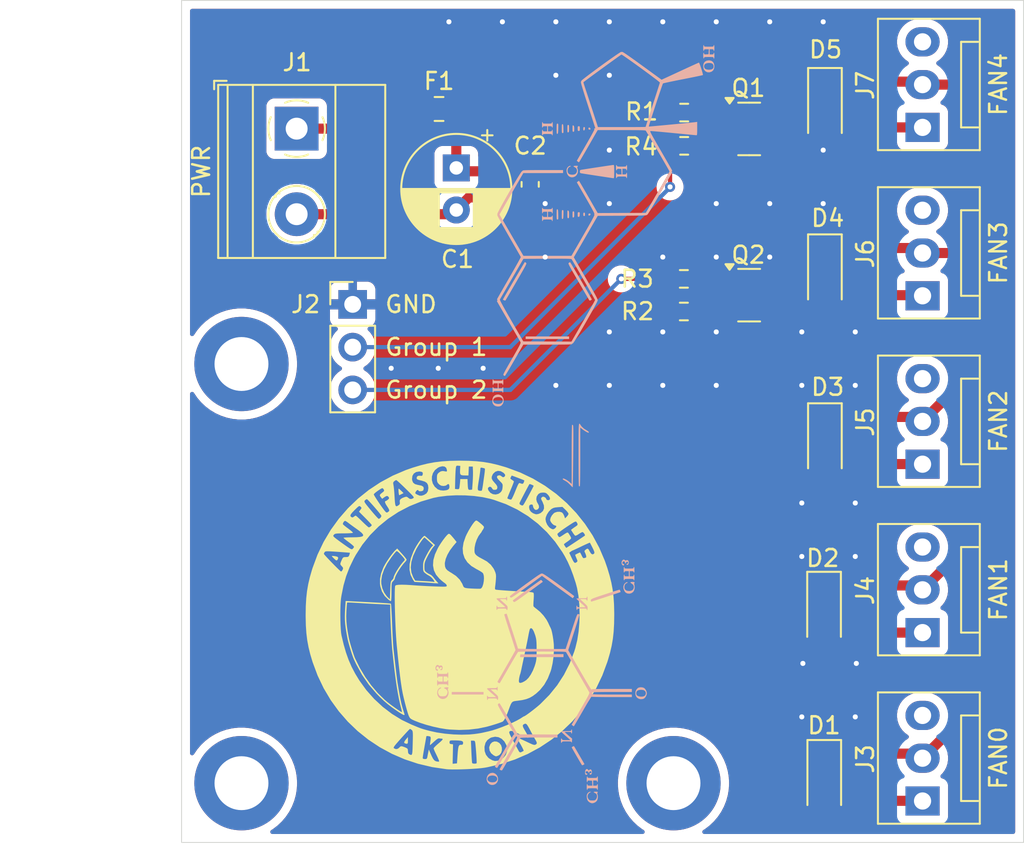
<source format=kicad_pcb>
(kicad_pcb
	(version 20240108)
	(generator "pcbnew")
	(generator_version "8.0")
	(general
		(thickness 1.6)
		(legacy_teardrops no)
	)
	(paper "A4")
	(layers
		(0 "F.Cu" signal)
		(31 "B.Cu" signal)
		(32 "B.Adhes" user "B.Adhesive")
		(33 "F.Adhes" user "F.Adhesive")
		(34 "B.Paste" user)
		(35 "F.Paste" user)
		(36 "B.SilkS" user "B.Silkscreen")
		(37 "F.SilkS" user "F.Silkscreen")
		(38 "B.Mask" user)
		(39 "F.Mask" user)
		(40 "Dwgs.User" user "User.Drawings")
		(41 "Cmts.User" user "User.Comments")
		(42 "Eco1.User" user "User.Eco1")
		(43 "Eco2.User" user "User.Eco2")
		(44 "Edge.Cuts" user)
		(45 "Margin" user)
		(46 "B.CrtYd" user "B.Courtyard")
		(47 "F.CrtYd" user "F.Courtyard")
		(48 "B.Fab" user)
		(49 "F.Fab" user)
		(50 "User.1" user)
		(51 "User.2" user)
		(52 "User.3" user)
		(53 "User.4" user)
		(54 "User.5" user)
		(55 "User.6" user)
		(56 "User.7" user)
		(57 "User.8" user)
		(58 "User.9" user)
	)
	(setup
		(pad_to_mask_clearance 0)
		(allow_soldermask_bridges_in_footprints no)
		(aux_axis_origin 150 50)
		(grid_origin 166.313 59.946)
		(pcbplotparams
			(layerselection 0x00010fc_ffffffff)
			(plot_on_all_layers_selection 0x0000000_00000000)
			(disableapertmacros no)
			(usegerberextensions yes)
			(usegerberattributes no)
			(usegerberadvancedattributes no)
			(creategerberjobfile no)
			(dashed_line_dash_ratio 12.000000)
			(dashed_line_gap_ratio 3.000000)
			(svgprecision 4)
			(plotframeref no)
			(viasonmask no)
			(mode 1)
			(useauxorigin yes)
			(hpglpennumber 1)
			(hpglpenspeed 20)
			(hpglpendiameter 15.000000)
			(pdf_front_fp_property_popups yes)
			(pdf_back_fp_property_popups yes)
			(dxfpolygonmode yes)
			(dxfimperialunits yes)
			(dxfusepcbnewfont yes)
			(psnegative no)
			(psa4output no)
			(plotreference yes)
			(plotvalue yes)
			(plotfptext yes)
			(plotinvisibletext no)
			(sketchpadsonfab no)
			(subtractmaskfromsilk yes)
			(outputformat 1)
			(mirror no)
			(drillshape 0)
			(scaleselection 1)
			(outputdirectory "gerber/")
		)
	)
	(net 0 "")
	(net 1 "FAN_GRP_1")
	(net 2 "GND")
	(net 3 "FAN_GRP_2")
	(net 4 "+12V")
	(net 5 "unconnected-(J3-Pin_3-Pad3)")
	(net 6 "unconnected-(J4-Pin_3-Pad3)")
	(net 7 "FAN_GRP_PWM_2")
	(net 8 "FAN_GRP_PWM_1")
	(net 9 "Net-(J1-Pin_1)")
	(net 10 "unconnected-(J5-Pin_3-Pad3)")
	(net 11 "unconnected-(J6-Pin_3-Pad3)")
	(net 12 "unconnected-(J7-Pin_3-Pad3)")
	(net 13 "Net-(Q1-G)")
	(net 14 "Net-(Q2-G)")
	(footprint "Resistor_SMD:R_0603_1608Metric" (layer "F.Cu") (at 179.845 56.66 180))
	(footprint "MountingHole:MountingHole_3.2mm_M3_DIN965_Pad" (layer "F.Cu") (at 179.21 96.482))
	(footprint "Resistor_SMD:R_0603_1608Metric" (layer "F.Cu") (at 179.845 58.636))
	(footprint "TerminalBlock_Phoenix:TerminalBlock_Phoenix_MKDS-1,5-2-5.08_1x02_P5.08mm_Horizontal" (layer "F.Cu") (at 156.8324 57.615 -90))
	(footprint "Diode_SMD:D_SOD-123F" (layer "F.Cu") (at 188.2016 76.1336 -90))
	(footprint "Connector:FanPinHeader_1x03_P2.54mm_Vertical" (layer "F.Cu") (at 194 87.54 90))
	(footprint "Resistor_SMD:R_0603_1608Metric" (layer "F.Cu") (at 179.8262 68.4724 180))
	(footprint "Connector:FanPinHeader_1x03_P2.54mm_Vertical" (layer "F.Cu") (at 194 97.54 90))
	(footprint "Connector:FanPinHeader_1x03_P2.54mm_Vertical" (layer "F.Cu") (at 194 57.54 90))
	(footprint "Diode_SMD:D_SOD-123F" (layer "F.Cu") (at 188.1508 86.1412 -90))
	(footprint "Diode_SMD:D_SOD-123F" (layer "F.Cu") (at 188.204261 56.223 -90))
	(footprint "MountingHole:MountingHole_3.2mm_M3_DIN965_Pad" (layer "F.Cu") (at 153.556 96.482))
	(footprint "Diode_SMD:D_SOD-123F" (layer "F.Cu") (at 188.2016 66.1036 -90))
	(footprint "Package_TO_SOT_SMD:SOT-23" (layer "F.Cu") (at 183.7022 67.5029))
	(footprint "Capacitor_SMD:C_0603_1608Metric" (layer "F.Cu") (at 170.701 60.922 -90))
	(footprint "Connector_PinHeader_2.54mm:PinHeader_1x03_P2.54mm_Vertical" (layer "F.Cu") (at 160.16 68.049))
	(footprint "Diode_SMD:D_SOD-123F" (layer "F.Cu") (at 188.1634 96.1294 -90))
	(footprint "Connector:FanPinHeader_1x03_P2.54mm_Vertical" (layer "F.Cu") (at 194 67.54 90))
	(footprint "MountingHole:MountingHole_3.2mm_M3_DIN965_Pad" (layer "F.Cu") (at 153.556 71.59))
	(footprint "LOGO" (layer "F.Cu") (at 166.764 86.845))
	(footprint "Package_TO_SOT_SMD:SOT-23" (layer "F.Cu") (at 183.7035 57.6313))
	(footprint "Fuse:Fuse_0805_2012Metric_Pad1.15x1.40mm_HandSolder" (layer "F.Cu") (at 165.288 56.446))
	(footprint "Connector:FanPinHeader_1x03_P2.54mm_Vertical" (layer "F.Cu") (at 194 77.54 90))
	(footprint "Capacitor_THT:CP_Radial_D6.3mm_P2.50mm"
		(layer "F.Cu")
		(uuid "e5c8b82f-2d85-4075-9499-0b5f6c027c96")
		(at 166.313 59.946 -90)
		(descr "CP, Radial series, Radial, pin pitch=2.50mm, , diameter=6.3mm, Electrolytic Capacitor")
		(tags "CP Radial series Radial pin pitch 2.50mm  diameter 6.3mm Electrolytic Capacitor")
		(property "Reference" "C1"
			(at 5.421 -0.07 180)
			(layer "F.SilkS")
			(uuid "f08d7a6c-0d17-4a67-a9d0-60dd6bb81fb6")
			(effects
				(font
					(size 1 1)
					(thickness 0.15)
				)
			)
		)
		(property "Value" "100uF 35V"
			(at 1.25 4.4 90)
			(layer "F.Fab")
			(uuid "76ba4fc2-e37f-492c-97a3-f4ff365cf6fc")
			(effects
				(font
					(size 1 1)
					(thickness 0.15)
				)
			)
		)
		(property "Footprint" "Capacitor_THT:CP_Radial_D6.3mm_P2.50mm"
			(at 0 0 -90)
			(unlocked yes)
			(layer "F.Fab")
			(hide yes)
			(uuid "9c4882be-0b34-49a2-abf3-56866965c065")
			(effects
				(font
					(size 1.27 1.27)
					(thickness 0.15)
				)
			)
		)
		(property "Datasheet" ""
			(at 0 0 -90)
			(unlocked yes)
			(layer "F.Fab")
			(hide yes)
			(uuid "36f59542-4dbd-4c02-8c10-8da390e0e902")
			(effects
				(font
					(size 1.27 1.27)
					(thickness 0.15)
				)
			)
		)
		(property "Description" "Polarized capacitor"
			(at 0 0 -90)
			(unlocked yes)
			(layer "F.Fab")
			(hide yes)
			(uuid "02882c62-9db6-4902-b8ee-d6dbc32737fe")
			(effects
				(font
					(size 1.27 1.27)
					(thickness 0.15)
				)
			)
		)
		(property "Sim.Type" ""
			(at 0 0 -90)
			(unlocked yes)
			(layer "F.Fab")
			(hide yes)
			(uuid "7477394c-f364-4397-a045-c91969ee50f4")
			(effects
				(font
					(size 1 1)
					(thickness 0.15)
				)
			)
		)
		(property "LCSC" "C2831717"
			(at 0 0 -90)
			(unlocked yes)
			(layer "F.Fab")
			(hide yes)
			(uuid "3f90afeb-9470-412e-bcd5-bebc7b030f0a")
			(effects
				(font
					(size 1 1)
					(thickness 0.15)
				)
			)
		)
		(property ki_fp_filters "CP_*")
		(path "/cbb1960c-80bf-4133-8c5e-a9bca6d2acd6")
		(sheetname "Root")
		(sheetfile "fan-controller.kicad_sch")
		(attr through_hole)
		(fp_line
			(start 1.49 1.04)
			(end 1.49 3.222)
			(stroke
				(width 0.12)
				(type solid)
			)
			(layer "F.SilkS")
			(uuid "05dc91de-19ec-4927-a418-86a4f33df265")
		)
		(fp_line
			(start 1.53 1.04)
			(end 1.53 3.218)
			(stroke
				(width 0.12)
				(type solid)
			)
			(layer "F.SilkS")
			(uuid "d11ac9f8-abf5-4ce0-b913-2a7d83a6905b")
		)
		(fp_line
			(start 1.57 1.04)
			(end 1.57 3.215)
			(stroke
				(width 0.12)
				(type solid)
			)
			(layer "F.SilkS")
			(uuid "a57a7751-5e42-4aac-b37e-7c9fce28992a")
		)
		(fp_line
			(start 1.61 1.04)
			(end 1.61 3.211)
			(stroke
				(width 0.12)
				(type solid)
			)
			(layer "F.SilkS")
			(uuid "449dcf8c-f8dc-48c9-a77c-1a1e0fc73db6")
		)
		(fp_line
			(start 1.65 1.04)
			(end 1.65 3.206)
			(stroke
				(width 0.12)
				(type solid)
			)
			(layer "F.SilkS")
			(uuid "dccf4994-d425-4c9b-b324-b3322cfc6835")
		)
		(fp_line
			(start 1.69 1.04)
			(end 1.69 3.201)
			(stroke
				(width 0.12)
				(type solid)
			)
			(layer "F.SilkS")
			(uuid "8c759522-8509-40c3-b08d-8967eb8e451c")
		)
		(fp_line
			(start 1.73 1.04)
			(end 1.73 3.195)
			(stroke
				(width 0.12)
				(type solid)
			)
			(layer "F.SilkS")
			(uuid "edf1910a-929c-48db-9214-541dc1045769")
		)
		(fp_line
			(start 1.77 1.04)
			(end 1.77 3.189)
			(stroke
				(width 0.12)
				(type solid)
			)
			(layer "F.SilkS")
			(uuid "48ec74cd-6f02-4709-b1c9-e011febf7c09")
		)
		(fp_line
			(start 1.81 1.04)
			(end 1.81 3.182)
			(stroke
				(width 0.12)
				(type solid)
			)
			(layer "F.SilkS")
			(uuid "6872f999-0546-4665-92ab-4b807d349e73")
		)
		(fp_line
			(start 1.85 1.04)
			(end 1.85 3.175)
			(stroke
				(width 0.12)
				(type solid)
			)
			(layer "F.SilkS")
			(uuid "7ab85246-33c0-4541-9640-ff187fbb1d04")
		)
		(fp_line
			(start 1.89 1.04)
			(end 1.89 3.167)
			(stroke
				(width 0.12)
				(type solid)
			)
			(layer "F.SilkS")
			(uuid "bfb18d27-1daa-482d-8143-4aed508dedd8")
		)
		(fp_line
			(start 1.93 1.04)
			(end 1.93 3.159)
			(stroke
				(width 0.12)
				(type solid)
			)
			(layer "F.SilkS")
			(uuid "e32c6012-6dab-4851-b2b4-01a21e0c4744")
		)
		(fp_line
			(start 1.971 1.04)
			(end 1.971 3.15)
			(stroke
				(width 0.12)
				(type solid)
			)
			(layer "F.SilkS")
			(uuid "9a32f53e-8083-42f7-8c51-d019d940c263")
		)
		(fp_line
			(start 2.011 1.04)
			(end 2.011 3.141)
			(stroke
				(width 0.12)
				(type solid)
			)
			(layer "F.SilkS")
			(uuid "462e3b5a-7f3e-4b63-a766-c6880b34a72b")
		)
		(fp_line
			(start 2.051 1.04)
			(end 2.051 3.131)
			(stroke
				(width 0.12)
				(type solid)
			)
			(layer "F.SilkS")
			(uuid "afda4ba2-c837-41af-ab0c-7de3efcd0711")
		)
		(fp_line
			(start 2.091 1.04)
			(end 2.091 3.121)
			(stroke
				(width 0.12)
				(type solid)
			)
			(layer "F.SilkS")
			(uuid "9017d4e2-b2f6-4382-a386-c350b4a252ad")
		)
		(fp_line
			(start 2.131 1.04)
			(end 2.131 3.11)
			(stroke
				(width 0.12)
				(type solid)
			)
			(layer "F.SilkS")
			(uuid "0a0d3f63-4e2c-44c3-b116-1d2b94df8a3d")
		)
		(fp_line
			(start 2.171 1.04)
			(end 2.171 3.098)
			(stroke
				(width 0.12)
				(type solid)
			)
			(layer "F.SilkS")
			(uuid "d8327f8e-0aae-420f-8bb7-469e2b7b95be")
		)
		(fp_line
			(start 2.211 1.04)
			(end 2.211 3.086)
			(stroke
				(width 0.12)
				(type solid)
			)
			(layer "F.SilkS")
			(uuid "da9f4c8f-f025-40c9-8373-beac8e1fe3e7")
		)
		(fp_line
			(start 2.251 1.04)
			(end 2.251 3.074)
			(stroke
				(width 0.12)
				(type solid)
			)
			(layer "F.SilkS")
			(uuid "9cfe39ae-70d3-4f9a-add8-d040991e396f")
		)
		(fp_line
			(start 2.291 1.04)
			(end 2.291 3.061)
			(stroke
				(width 0.12)
				(type solid)
			)
			(layer "F.SilkS")
			(uuid "14cbb2e5-7b34-4546-8561-af710376b764")
		)
		(fp_line
			(start 2.331 1.04)
			(end 2.331 3.047)
			(stroke
				(width 0.12)
				(type solid)
			)
			(layer "F.SilkS")
			(uuid "be83d4b3-1086-4052-860b-849d9019ba60")
		)
		(fp_line
			(start 2.371 1.04)
			(end 2.371 3.033)
			(stroke
				(width 0.12)
				(type solid)
			)
			(layer "F.SilkS")
			(uuid "28b1172d-372c-4b9c-a6e5-d16db9088064")
		)
		(fp_line
			(start 2.411 1.04)
			(end 2.411 3.018)
			(stroke
				(width 0.12)
				(type solid)
			)
			(layer "F.SilkS")
			(uuid "edc5bf14-88f3-44ff-8b61-83f98a2170be")
		)
		(fp_line
			(start 2.451 1.04)
			(end 2.451 3.002)
			(stroke
				(width 0.12)
				(type solid)
			)
			(layer "F.SilkS")
			(uuid "0ca16497-1581-4b96-ad0a-908b4ad52ed3")
		)
		(fp_line
			(start 2.491 1.04)
			(end 2.491 2.986)
			(stroke
				(width 0.12)
				(type solid)
			)
			(layer "F.SilkS")
			(uuid "cbc9fa75-077e-4d08-b1d9-7243139aeff8")
		)
		(fp_line
			(start 2.531 1.04)
			(end 2.531 2.97)
			(stroke
				(width 0.12)
				(type solid)
			)
			(layer "F.SilkS")
			(uuid "80394a94-2df3-4d20-b960-091a0fc4b42f")
		)
		(fp_line
			(start 2.571 1.04)
			(end 2.571 2.952)
			(stroke
				(width 0.12)
				(type solid)
			)
			(layer "F.SilkS")
			(uuid "f9322364-74ef-431c-b181-38f320d1c813")
		)
		(fp_line
			(start 2.611 1.04)
			(end 2.611 2.934)
			(stroke
				(width 0.12)
				(type solid)
			)
			(layer "F.SilkS")
			(uuid "6a902697-45fe-42b4-838f-3a85cd316011")
		)
		(fp_line
			(start 2.651 1.04)
			(end 2.651 2.916)
			(stroke
				(width 0.12)
				(type solid)
			)
			(layer "F.SilkS")
			(uuid "10451995-8346-400a-97bb-865cab39737d")
		)
		(fp_line
			(start 2.691 1.04)
			(end 2.691 2.896)
			(stroke
				(width 0.12)
				(type solid)
			)
			(layer "F.SilkS")
			(uuid "2b6a3c82-390e-4aa4-8a0b-ee22ef35fad7")
		)
		(fp_line
			(start 2.731 1.04)
			(end 2.731 2.876)
			(stroke
				(width 0.12)
				(type solid)
			)
			(layer "F.SilkS")
			(uuid "af090be7-4434-4bc8-b252-d4e2a28d826f")
		)
		(fp_line
			(start 2.771 1.04)
			(end 2.771 2.856)
			(stroke
				(width 0.12)
				(type solid)
			)
			(layer "F.SilkS")
			(uuid "0e7919c3-2900-4ca1-b589-39f3d51de489")
		)
		(fp_line
			(start 2.811 1.04)
			(end 2.811 2.834)
			(stroke
				(width 0.12)
				(type solid)
			)
			(layer "F.SilkS")
			(uuid "0b6cdfa0-2fd7-4c22-ba90-859a57cf7499")
		)
		(fp_line
			(start 2.851 1.04)
			(end 2.851 2.812)
			(stroke
				(width 0.12)
				(type solid)
			)
			(layer "F.SilkS")
			(uuid "a5adf467-9347-4d54-8269-c8b375a4e9ff")
		)
		(fp_line
			(start 2.891 1.04)
			(end 2.891 2.79)
			(stroke
				(width 0.12)
				(type solid)
			)
			(layer "F.SilkS")
			(uuid "969bcf35-4195-4caf-a548-0851d1260e83")
		)
		(fp_line
			(start 2.931 1.04)
			(end 2.931 2.766)
			(stroke
				(width 0.12)
				(type solid)
			)
			(layer "F.SilkS")
			(uuid "959842ab-166b-42c5-9aa1-6b710095219f")
		)
		(fp_line
			(start 2.971 1.04)
			(end 2.971 2.742)
			(stroke
				(width 0.12)
				(type solid)
			)
			(layer "F.SilkS")
			(uuid "c9f17381-5cb3-45f1-a9b9-c29c1a645ede")
		)
		(fp_line
			(start 3.011 1.04)
			(end 3.011 2.716)
			(stroke
				(width 0.12)
				(type solid)
			)
			(layer "F.SilkS")
			(uuid "acdb3fff-0993-4f13-8ea0-3f049eebad58")
		)
		(fp_line
			(start 3.051 1.04)
			(end 3.051 2.69)
			(stroke
				(width 0.12)
				(type solid)
			)
			(layer "F.SilkS")
			(uuid "7aff9173-c5f1-4f0b-8901-ce0c08b18325")
		)
		(fp_line
			(start 3.091 1.04)
			(end 3.091 2.664)
			(stroke
				(width 0.12)
				(type solid)
			)
			(layer "F.SilkS")
			(uuid "180d13b0-43ba-4112-96ea-4917d78c5669")
		)
		(fp_line
			(start 3.131 1.04)
			(end 3.131 2.636)
			(stroke
				(width 0.12)
				(type solid)
			)
			(layer "F.SilkS")
			(uuid "ff127101-c11c-4883-8a90-7c4ed5f300ac")
		)
		(fp_line
			(start 3.171 1.04)
			(end 3.171 2.607)
			(stroke
				(width 0.12)
				(type solid)
			)
			(layer "F.SilkS")
			(uuid "18f490b5-f92b-4c0c-96a7-4673426ecc1a")
		)
		(fp_line
			(start 3.211 1.04)
			(end 3.211 2.578)
			(stroke
				(width 0.12)
				(type solid)
			)
			(layer "F.SilkS")
			(uuid "d073dc45-0d00-4565-8ef2-827c26db02ef")
		)
		(fp_line
			(start 3.251 1.04)
			(end 3.251 2.548)
			(stroke
				(width 0.12)
				(type solid)
			)
			(layer "F.SilkS")
			(uuid "a841652e-f462-4f58-bf07-e73d54c798be")
		)
		(fp_line
			(start 3.291 1.04)
			(end 3.291 2.516)
			(stroke
				(width 0.12)
				(type solid)
			)
			(layer "F.SilkS")
			(uuid "73c7297d-a034-4f3f-8165-ed063ecb4438")
		)
		(fp_line
			(start 3.331 1.04)
			(end 3.331 2.484)
			(stroke
				(width 0.12)
				(type solid)
			)
			(layer "F.SilkS")
			(uuid "d49d0efd-03a0-456d-9b7d-5f64cbb4f6d1")
		)
		(fp_line
			(start 3.371 1.04)
			(end 3.371 2.45)
			(stroke
				(width 0.12)
				(type solid)
			)
			(layer "F.SilkS")
			(uuid "771009f0-a278-476c-a2ea-574e9163ceb1")
		)
		(fp_line
			(start 3.411 1.04)
			(end 3.411 2.416)
			(stroke
				(width 0.12)
				(type solid)
			)
			(layer "F.SilkS")
			(uuid "e6a4a615-f0bb-4d47-a140-08be65cdf89f")
		)
		(fp_line
			(start 3.451 1.04)
			(end 3.451 2.38)
			(stroke
				(width 0.12)
				(type solid)
			)
			(layer "F.SilkS")
			(uuid "d9e49b25-69de-488a-ac0f-d2f913fdf757")
		)
		(fp_line
			(start 3.491 1.04)
			(end 3.491 2.343)
			(stroke
				(width 0.12)
				(type solid)
			)
			(layer "F.SilkS")
			(uuid "e2590426-48f9-4dd6-b5c9-b8657f2d5323")
		)
		(fp_line
			(start 3.531 1.04)
			(end 3.531 2.305)
			(stroke
				(width 0.12)
				(type solid)
			)
			(layer "F.SilkS")
			(uuid "1a80480f-2d0a-4586-b076-efd40ba67122")
		)
		(fp_line
			(start 4.491 -0.402)
			(end 4.491 0.402)
			(stroke
				(width 0.12)
				(type solid)
			)
			(layer "F.SilkS")
			(uuid "e2458487-c1f3-4d78-beaa-923ba0eb8f32")
		)
		(fp_line
			(start 4.451 -0.633)
			(end 4.451 0.633)
			(stroke
				(width 0.12)
				(type solid)
			)
			(layer "F.SilkS")
			(uuid "6564996b-ba22-4f2a-a68c-a523f21b6082")
		)
		(fp_line
			(start 4.411 -0.802)
			(end 4.411 0.802)
			(stroke
				(width 0.12)
				(type solid)
			)
			(layer "F.SilkS")
			(uuid "3882a521-4f2d-4a16-aa9f-dad6c7b240a8")
		)
		(fp_line
			(start 4.371 -0.94)
			(end 4.371 0.94)
			(stroke
				(width 0.12)
				(type solid)
			)
			(layer "F.SilkS")
			(uuid "c63b1057-bb24-476b-99ce-0d0dcb0d615e")
		)
		(fp_line
			(start 4.331 -1.059)
			(end 4.331 1.059)
			(stroke
				(width 0.12)
				(type solid)
			)
			(layer "F.SilkS")
			(uuid "be4f6c92-865e-4b7e-a009-78e83ae18f51")
		)
		(fp_line
			(start 4.291 -1.165)
			(end 4.291 1.165)
			(stroke
				(width 0.12)
				(type solid)
			)
			(layer "F.SilkS")
			(uuid "05299cfb-6116-4152-afda-67648b586085")
		)
		(fp_line
			(start 4.251 -1.262)
			(end 4.251 1.262)
			(stroke
				(width 0.12)
				(type solid)
			)
			(layer "F.SilkS")
			(uuid "6f0d4a41-f230-49c9-8d6b-e37dc6d6405a")
		)
		(fp_line
			(start 4.211 -1.35)
			(end 4.211 1.35)
			(stroke
				(width 0.12)
				(type solid)
			)
			(layer "F.SilkS")
			(uuid "4328ddff-a0bb-492e-917b-9613ecde23fe")
		)
		(fp_line
			(start 4.171 -1.432)
			(end 4.171 1.432)
			(stroke
				(width 0.12)
				(type solid)
			)
			(layer "F.SilkS")
			(uuid "4b9e9cc2-8e8f-4e98-bbc0-c6972eb0e87d")
		)
		(fp_line
			(start 4.131 -1.509)
			(end 4.131 1.509)
			(stroke
				(width 0.12)
				(type solid)
			)
			(layer "F.SilkS")
			(uuid "865286c0-4c0f-47ae-8e1b-f3a0b1673b5c")
		)
		(fp_line
			(start 4.091 -1.581)
			(end 4.091 1.581)
			(stroke
				(width 0.12)
				(type solid)
			)
			(layer "F.SilkS")
			(uuid "6a3e81fb-3112-4aba-b1a0-e0f59f87c71d")
		)
		(fp_line
			(start 4.051 -1.65)
			(end 4.051 1.65)
			(stroke
				(width 0.12)
				(type solid)
			)
			(layer "F.SilkS")
			(uuid "44af2e69-21cf-4898-8d0b-64450460558e")
		)
		(fp_line
			(start 4.011 -1.714)
			(end 4.011 1.714)
			(stroke
				(width 0.12)
				(type solid)
			)
			(layer "F.SilkS")
			(uuid "418c3d87-6e31-4375-9013-652ae6a5f916")
		)
		(fp_line
			(start 3.971 -1.776)
			(end 3.971 1.776)
			(stroke
				(width 0.12)
				(type solid)
			)
			(layer "F.SilkS")
			(uuid "ed2ecd1c-9ee3-41e2-a44c-787edea20666")
		)
		(fp_line
			(start 3.931 -1.834)
			(end 3.931 1.834)
			(stroke
				(width 0.12)
				(type solid)
			)
			(layer "F.SilkS")
			(uuid "31476a44-daac-416d-882f-da1e158a1c4a")
		)
		(fp_line
			(start -2.250241 -1.839)
			(end -1.620241 -1.839)
			(stroke
				(width 0.12)
				(type solid)
			)
			(layer "F.SilkS")
			(uuid "f9936583-a5da-4519-920f-0a265fa63238")
		)
		(fp_line
			(start 3.891 -1.89)
			(end 3.891 1.89)
			(stroke
				(width 0.12)
				(type solid)
			)
			(layer "F.SilkS")
			(uuid "95f7c613-189c-4139-ad4f-ce76b12d3f72")
		)
		(fp_line
			(start 3.851 -1.944)
			(end 3.851 1.944)
			(stroke
				(width 0.12)
				(type solid)
			)
			(layer "F.SilkS")
			(uuid "dc75800e-2cec-4f48-b89b-2dc05dd4f32a")
		)
		(fp_line
			(start 3.811 -1.995)
			(end 3.811 1.995)
			(stroke
				(width 0.12)
				(type solid)
			)
			(layer "F.SilkS")
			(uuid "0b408542-7b84-4b23-8825-f28a33a068fd")
		)
		(fp_line
			(start 3.771 -2.044)
			(end 3.771 2.044)
			(stroke
				(width 0.12)
				(type solid)
			)
			(layer "F.SilkS")
			(uuid "3f7326d7-b6de-4c4f-8540-0b943a217756")
		)
		(fp_line
			(start 3.731 -2.092)
			(end 3.731 2.092)
			(stroke
				(width 0.12)
				(type solid)
			)
			(layer "F.SilkS")
			(uuid "198a32e3-beae-4ce8-871d-62f421cacd8e")
		)
		(fp_line
			(start 3.691 -2.137)
			(end 3.691 2.137)
			(stroke
				(width 0.12)
				(type solid)
			)
			(layer "F.SilkS")
			(uuid "011f7a84-39f7-4918-ab87-481ad63ccf97")
		)
		(fp_line
			(start -1.935241 -2.154)
			(end -1.935241 -1.524)
			(stroke
				(width 0.12)
				(type solid)
			)
			(layer "F.SilkS")
			(uuid "ca847085-bce0-40b4-9f03-2cd0d13135bc")
		)
		(fp_line
			(start 3.651 -2.182)
			(end 3.651 2.182)
			(stroke
				(width 0.12)
				(type solid)
			)
			(layer "F.SilkS")
			(uuid "09f03769-e448-4909-a7bd-55149a7b7a1a")
		)
		(fp_line
			(start 3.611 -2.224)
			(end 3.611 2.224)
			(stroke
				(width 0.12)
				(type solid)
			)
			(layer "F.SilkS")
			(uuid "05fb5b5b-e41e-4d62-b511-d5ceefc87cb3")
		)
		(fp_line
			(start 3.571 -2.265)
			(end 3.571 2.265)
			(stroke
				(width 0.12)
				(type solid)
			)
			(layer "F.SilkS")
			(uuid "44a60065-ef71-44d1-a397-17d87a0b62d9")
		)
		(fp_line
			(start 3.531 -2.305)
			(end 3.531 -1.04)
			(stroke
				(width 0.12)
				(type solid)
			)
			(layer "F.SilkS")
			(uuid "5b45f639-d086-4b3e-8163-f6348ace673c")
		)
		(fp_line
			(start 3.491 -2.343)
			(end 3.491 -1.04)
			(stroke
				(width 0.12)
				(type solid)
			)
			(layer "F.SilkS")
			(uuid "0cf251ad-bb41-4203-93dc-6a1a19654d6d")
		)
		(fp_line
			(start 3.451 -2.38)
			(end 3.451 -1.04)
			(stroke
				(width 0.12)
				(type solid)
			)
			(layer "F.SilkS")
			(uuid "0b2cfc8c-60fe-4409-8706-8ae385802116")
		)
		(fp_line
			(start 3.411 -2.416)
			(end 3.411 -1.04)
			(stroke
				(width 0.12)
				(type solid)
			)
			(layer "F.SilkS")
			(uuid "6f681a4a-57d4-461a-b30e-170307de5f27")
		)
		(fp_line
			(start 3.371 -2.45)
			(end 3.371 -1.04)
			(stroke
				(width 0.12)
				(type solid)
			)
			(layer "F.SilkS")
			(uuid "c6f07504-1df2-4651-b9bb-c9d65597fef5")
		)
		(fp_line
			(start 3.331 -2.484)
			(end 3.331 -1.04)
			(stroke
				(width 0.12)
				(type solid)
			)
			(layer "F.SilkS")
			(uuid "c8eafc66-089b-44e7-b09e-0eb6c90d9fd8")
		)
		(fp_line
			(start 3.291 -2.516)
			(end 3.291 -1.04)
			(stroke
				(width 0.12)
				(type solid)
			)
			(layer "F.SilkS")
			(uuid "90341d27-4c96-47e4-a69a-80121424f499")
		)
		(fp_line
			(start 3.251 -2.548)
			(end 3.251 -1.04)
			(stroke
				(width 0.12)
				(type solid)
			)
			(layer "F.SilkS")
			(uuid "bac43b11-0df2-48dc-b8cd-eaf08589d74f")
		)
		(fp_line
			(start 3.211 -2.578)
			(end 3.211 -1.04)
			(stroke
				(width 0.12)
				(type solid)
			)
			(layer "F.SilkS")
			(uuid "17e2d778-7f98-4716-a476-6cb3f03caa2d")
		)
		(fp_line
			(start 3.171 -2.607)
			(end 3.171 -1.04)
			(stroke
				(width 0.12)
				(type solid)
			)
			(layer "F.SilkS")
			(uuid "51976fb3-1ada-4c26-bf3d-15611bc5a5c0")
		)
		(fp_line
			(start 3.131 -2.636)
			(end 3.131 -1.04)
			(stroke
				(width 0.12)
				(type solid)
			)
			(layer "F.SilkS")
			(uuid "ef85906a-e4b4-4c42-aea6-4f7c3a28c2a2")
		)
		(fp_line
			(start 3.091 -2.664)
			(end 3.091 -1.04)
			(stroke
				(width 0.12)
				(type solid)
			)
			(layer "F.SilkS")
			(uuid "0dbf9149-2e91-4af6-8326-bab3ef2b4df1")
		)
		(fp_line
			(start 3.051 -2.69)
			(end 3.051 -1.04)
			(stroke
				(width 0.12)
				(type solid)
			)
			(layer "F.SilkS")
			(uuid "531caccb-f007-41ea-9031-3b7390037ed6")
		)
		(fp_line
			(start 3.011 -2.716)
			(end 3.011 -1.04)
			(stroke
				(width 0.12)
				(type solid)
			)
			(layer "F.SilkS")
			(uuid "00c139d9-8672-4d99-9608-11f93c33931a")
		)
		(fp_line
			(start 2.971 -2.742)
			(end 2.971 -1.04)
			(stroke
				(width 0.12)
				(type solid)
			)
			(layer "F.SilkS")
			(uuid "16f11e58-11af-4fc3-a346-853f0583ba2a")
		)
		(fp_line
			(start 2.931 -2.766)
			(end 2.931 -1.04)
			(stroke
				(width 0.12)
				(type solid)
			)
			(layer "F.SilkS")
			(uuid "bff4339a-f564-4609-8ca9-c1625e0a7c92")
		)
		(fp_line
			(start 2.891 -2.79)
			(end 2.891 -1.04)
			(stroke
				(width 0.12)
				(type solid)
			)
			(layer "F.SilkS")
			(uuid "ef22ec8f-9387-46f9-9d97-e9da497feb83")
		)
		(fp_line
			(start 2.851 -2.812)
			(end 2.851 -1.04)
			(stroke
				(width 0.12)
				(type solid)
			)
			(layer "F.SilkS")
			(uuid "af31ff20-8993-4ff1-b134-fd192d688586")
		)
		(fp_line
			(start 2.811 -2.834)
			(end 2.811 -1.04)
			(stroke
				(width 0.12)
				(type solid)
			)
			(layer "F.SilkS")
			(uuid "71907045-bfd2-43b2-97f4-56e41519f515")
		)
		(fp_line
			(start 2.771 -2.856)
			(end 2.771 -1.04)
			(stroke
				(width 0.12)
				(type solid)
			)
			(layer "F.SilkS")
			(uuid "6772f378-f6fb-4b48-a9b8-9b11f187dcbb")
		)
		(fp_line
			(start 2.731 -2.876)
			(end 2.731 -1.04)
			(stroke
				(width 0.12)
				(type solid)
			)
			(layer "F.SilkS")
			(uuid "3f670dc6-1299-4166-9d3e-171ee72db416")
		)
		(fp_line
			(start 2.691 -2.896)
			(end 2.691 -1.04)
			(stroke
				(width 0.12)
				(type solid)
			)
			(layer "F.SilkS")
			(uuid "995cbf6d-2824-4bfa-9dab-41de1f340253")
		)
		(fp_line
			(start 2.651 -2.916)
			(end 2.651 -1.04)
			(stroke
				(width 0.12)
				(type solid)
			)
			(layer "F.SilkS")
			(uuid "a7c87f5a-8a01-474a-be61-01ac55721d90")
		)
		(fp_line
			(start 2.611 -2.934)
			(end 2.611 -1.04)
			(stroke
				(width 0.12)
				(type solid)
			)
			(layer "F.SilkS")
			(uuid "c1b8afa7-cb1b-40e5-ac9a-9ce22a38b7f5")
		)
		(fp_line
			(start 2.571 -2.952)
			(end 2.571 -1.04)
			(stroke
				(width 0.12)
				(type solid)
			)
			(layer "F.SilkS")
			(uuid "936f80e8-e19a-474a-8c19-89d07fe29b7e")
		)
		(fp_line
			(start 2.531 -2.97)
			(end 2.531 -1.04)
			(stroke
				(width 0.12)
				(type solid)
			)
			(layer "F.SilkS")
			(uuid "72e6df97-61e6-4780-a124-9409b447f7e1")
		)
		(fp_line
			(start 2.491 -2.986)
			(end 2.491 -1.04)
			(stroke
				(width 0.12)
				(type solid)
			)
			(layer "F.SilkS")
			(uuid "e5d82866-c329-4dcf-977e-6ef03c3d1cc0")
		)
		(fp_line
			(start 2.451 -3.002)
			(end 2.451 -1.04)
			(stroke
				(width 0.12)
				(type solid)
			)
			(layer "F.SilkS")
			(uuid "b1d14612-423b-4870-b8ec-f38d67b3d7cd")
		)
		(fp_line
			(start 2.411 -3.018)
			(end 2.411 -1.04)
			(stroke
				(width 0.12)
				(type solid)
			)
			(layer "F.SilkS")
			(uuid "2033ffec-7369-4d53-b760-1997f45c3547")
		)
		(fp_line
			(start 2.371 -3.033)
			(end 2.371 -1.04)
			(stroke
				(width 0.12)
				(type solid)
			)
			(layer "F.SilkS")
			(uuid "6c1df4b5-e9dc-4b13-9af2-6ee64fc5477a")
		)
		(fp_line
			(start 2.331 -3.047)
			(end 2.331 -1.04)
			(stroke
				(width 0.12)
				(type solid)
			)
			(layer "F.SilkS")
			(uuid "2ab1c842-fc76-412e-83a4-b1268d6a5dc0")
		)
		(fp_line
			(start 2.291 -3.061)
			(end 2.291 -1.04)
			(stroke
				(width 0.12)
				(type solid)
			)
			(layer "F.SilkS")
			(uuid "35991222-9a41-4438-ac69-a8ae35c47662")
		)
		(fp_line
			(start 2.251 -3.074)
			(end 2.251 -1.04)
			(stroke
				(width 0.12)
				(type solid)
			)
			(layer "F.SilkS")
			(uuid "83deb72e-8406-458f-acf8-193ce77f2572")
		)
		(fp_line
			(start 2.211 -3.086)
			(end 2.211 -1.04)
			(stroke
				(width 0.12)
				(type solid)
			)
			(layer "F.SilkS")
			(uuid "8474ee8b-9f16-48be-8ec0-04c127bc7484")
		)
		(fp_line
			(start 2.171 -3.098)
			(end 2.171 -1.04)
			(stroke
				(width 0.12)
				(type solid)
			)
			(layer "F.SilkS")
			(uuid "ab181a75-c875-4284-a3a1-a73fc7182ac5")
		)
		(fp_line
			(start 2.131 -3.11)
			(end 2.131 -1.04)
			(stroke
				(width 0.12)
				(type solid)
			)
			(layer "F.SilkS")
			(uuid "a7d08c10-cebe-4b34-96f5-0c2d9510ca9d")
		)
		(fp_line
			(start 2.091 -3.121)
			(end 2.091 -1.04)
			(stroke
				(width 0.12)
				(type solid)
			)
			(layer "F.SilkS")
			(uuid "00ab6b3b-02b2-4800-8d05-7c2b6b924b08")
		)
		(fp_line
			(start 2.051 -3.131)
			(end 2.051 -1.04)
			(stroke
				(width 0.12)
				(type solid)
			)
			(layer "F.SilkS")
			(uuid "4b068877-2985-4b7b-b523-aaf090460046")
		)
		(fp_line
			(start 2.011 -3.141)
			(end 2.011 -1.04)
			(stroke
				(width 0.12)
				(type solid)
			)
			(layer "F.SilkS")
			(uuid "899d8aa9-488b-48f5-825c-3ea7febac59e")
		)
		(fp_line
			(start 1.971 -3.15)
			(end 1.971 -1.04)
			(stroke
				(width 0.12)
				(type solid)
			)
			(layer "F.SilkS")
			(uuid "37b15e41-d9fe-4234-af90-c94bbbb655ae")
		)
		(fp_line
			(start 1.93 -3.159)
			(end 1.93 -1.04)
			(stroke
				(width 0.12)
				(type solid)
			)
			(layer "F.SilkS")
			(uuid "21787c20-d327-4c6f-ab2c-bc49f75febd8
... [225150 chars truncated]
</source>
